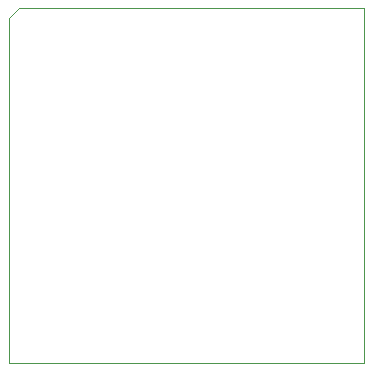
<source format=gbr>
%TF.GenerationSoftware,KiCad,Pcbnew,8.0.1*%
%TF.CreationDate,2024-09-11T08:29:47+07:00*%
%TF.ProjectId,siplex-som-s16,7369706c-6578-42d7-936f-6d2d7331362e,rev?*%
%TF.SameCoordinates,Original*%
%TF.FileFunction,Profile,NP*%
%FSLAX46Y46*%
G04 Gerber Fmt 4.6, Leading zero omitted, Abs format (unit mm)*
G04 Created by KiCad (PCBNEW 8.0.1) date 2024-09-11 08:29:47*
%MOMM*%
%LPD*%
G01*
G04 APERTURE LIST*
%TA.AperFunction,Profile*%
%ADD10C,0.050000*%
%TD*%
G04 APERTURE END LIST*
D10*
X125310800Y-83871800D02*
X126110800Y-83071800D01*
X126110800Y-83071800D02*
X155310800Y-83071800D01*
X125310800Y-113071800D02*
X155310800Y-113071800D01*
X155310800Y-83071800D02*
X155310800Y-113071800D01*
X125310800Y-83871800D02*
X125310800Y-113071800D01*
M02*

</source>
